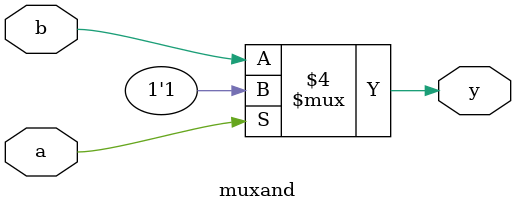
<source format=v>
`timescale 1ns / 1ps
module muxand(a,b,y);
input a,b;
output reg y;
always@(a,b)
begin
if(a==0)
    y=b;
else 
    y=1;
end 
endmodule

</source>
